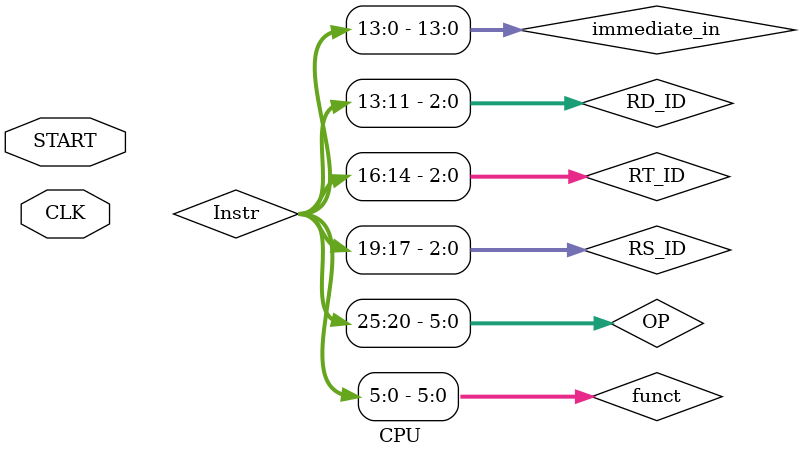
<source format=v>
`timescale 1ns / 1ps

module CPU(CLK, START);

	input CLK, START;
	wire [15:0] PC;
	wire [25:0] Instr;
	wire [5:0] OP;
	
	wire [2:0] RS_ID, RT_ID , RD_ID;
	wire [15:0] Reg_RData1, Reg_RData2, Reg_WData;
	wire Reg_WE;
	
	wire [15:0] DM_RData, DM_WData ;
	wire DM_WE;
	
	wire [15:0] address;
	wire [13:0] immediate_in;
	
	wire [5:0] funct;
	
	wire [1:0] ALU_OP;
	wire [3:0] ALU_CTRL;
	
	wire [15:0] ALU_result;
	wire [15:0] extend_sign;
	
	wire [15:0] Mux_to_ALU;
	wire ALU_src;
	wire MEM_to_REG;
	wire REG_Dst;
	
	wire [2:0] REG_W_ID;
	
	wire [15:0] ALU_src1,ALU_src2;
	wire [15:0] Mux_Mem_to_reg_out;
	
	
	
	PC i_PC(CLK, START, PC);
	IM i_IM(START, PC, Instr);
	Reg i_Reg(CLK, RS_ID, RT_ID,  REG_W_ID ,Reg_WE, Reg_RData1, Reg_RData2, Reg_WData );
	
	
	
	Decoder i_Decoder(OP, Reg_WE, DM_WE , ALU_OP , ALU_src , MEM_to_REG , REG_Dst ,funct);
	
	MUX_2_to_1 #(.size(3))MUX_REG_Dst(RT_ID,RD_ID,REG_Dst,REG_W_ID);
	
	sign_extend i_sign_extend(immediate_in,extend_sign);
	
	MUX_2_to_1 #(.size(16))MUX_ALUsrc(Reg_RData2,extend_sign,ALU_src,Mux_to_ALU);
	
	
	ALU_ctrl i_ALU_ctrl(funct,ALU_OP,ALU_CTRL);
	
	ALU i_ALU(ALU_src1,ALU_src2,ALU_CTRL,ALU_result);
	
	DM i_DM(CLK, ALU_result, DM_WE, DM_RData, DM_WData );
	
	MUX_2_to_1 #(.size(16))MUX_MEM_to_REG(ALU_result,DM_RData,MEM_to_REG,Mux_Mem_to_reg_out);
	
	assign OP = Instr[25:20];
	assign RS_ID = Instr[19:17];
	assign RT_ID = Instr[16:14];
	assign RD_ID = Instr[13:11];
	assign DM_WData = Reg_RData2; 
	assign immediate_in = Instr[13:0];
	
	
	/*add your code here*/
	assign Reg_WData = Mux_Mem_to_reg_out;
	assign funct = Instr[5:0];
	assign ALU_src1 = Reg_RData1;
	assign ALU_src2 = Mux_to_ALU;
	assign address = ALU_result;
	
endmodule

</source>
